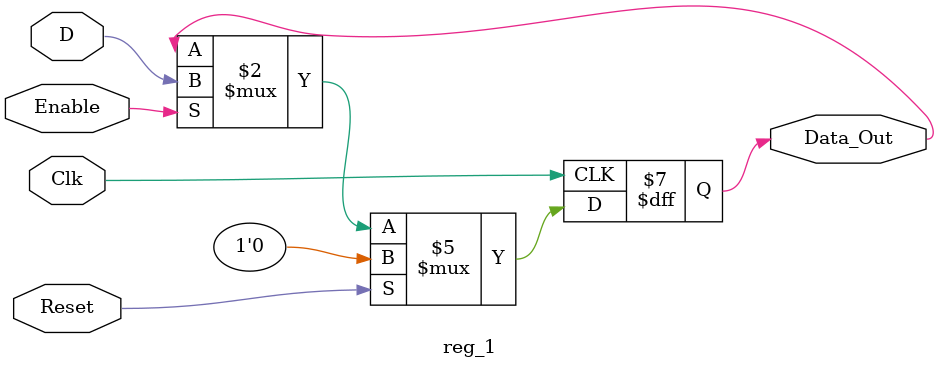
<source format=sv>
module reg_1 (input  logic Clk, Reset, Enable,
              input  logic D,
              output logic Data_Out);

    always_ff @ (posedge Clk)
    begin
	 	 if (Reset) //notice, this is a sycnrhonous reset, which is recommended on the FPGA
			  Data_Out <= 1'h0;
		 else if (Enable)
			  Data_Out <= D;
    end

endmodule

</source>
